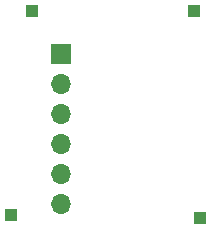
<source format=gbr>
G04 #@! TF.GenerationSoftware,KiCad,Pcbnew,8.0.01-1-dev-1e03266dfe*
G04 #@! TF.CreationDate,2024-03-02T01:41:00-08:00*
G04 #@! TF.ProjectId,sfh7070_breakoutboard,73666837-3037-4305-9f62-7265616b6f75,rev?*
G04 #@! TF.SameCoordinates,Original*
G04 #@! TF.FileFunction,Soldermask,Bot*
G04 #@! TF.FilePolarity,Negative*
%FSLAX46Y46*%
G04 Gerber Fmt 4.6, Leading zero omitted, Abs format (unit mm)*
G04 Created by KiCad (PCBNEW 8.0.01-1-dev-1e03266dfe) date 2024-03-02 01:41:00*
%MOMM*%
%LPD*%
G01*
G04 APERTURE LIST*
%ADD10R,1.700000X1.700000*%
%ADD11O,1.700000X1.700000*%
%ADD12R,1.000000X1.000000*%
G04 APERTURE END LIST*
D10*
X26250000Y-23170000D03*
D11*
X26250000Y-25710000D03*
X26250000Y-28250000D03*
X26250000Y-30790000D03*
X26250000Y-33330000D03*
X26250000Y-35870000D03*
D12*
X38000000Y-37000000D03*
X37500000Y-19500000D03*
X22000000Y-36750000D03*
X23750000Y-19500000D03*
M02*

</source>
